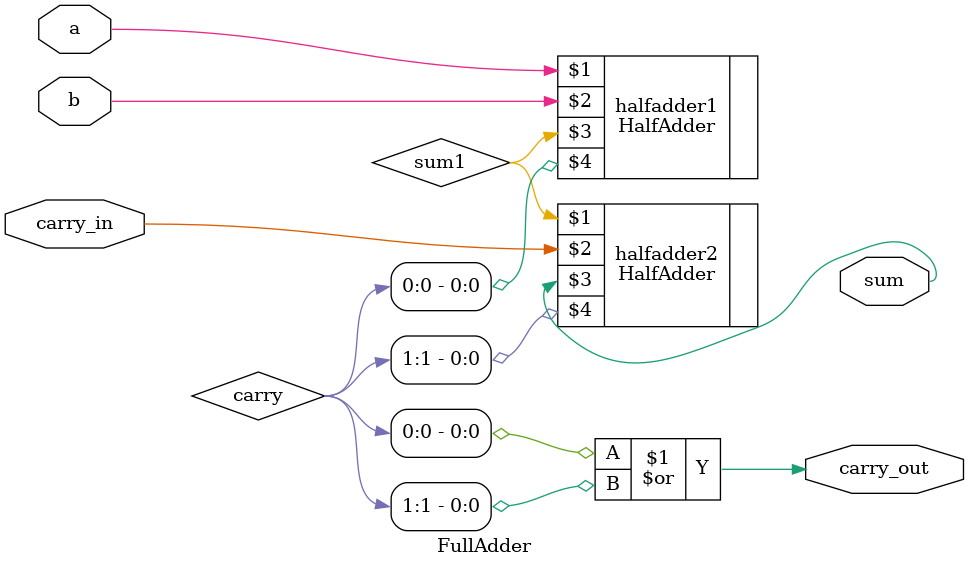
<source format=v>
module FullAdder(
    input a, b, carry_in,
    output sum, carry_out);

    wire sum1;
    wire [1:0] carry;

    HalfAdder halfadder1(a, b, sum1, carry[0]);
    HalfAdder halfadder2(sum1, carry_in, sum, carry[1]);
    assign carry_out = carry[0] | carry[1];

endmodule

</source>
